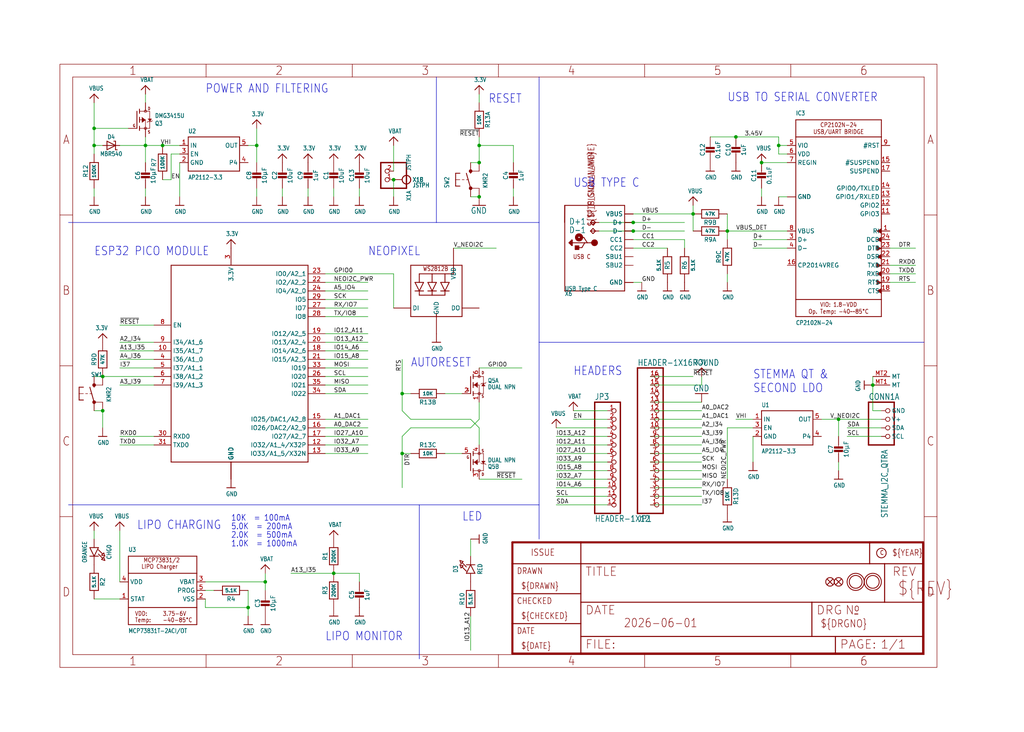
<source format=kicad_sch>
(kicad_sch (version 20231120) (generator "eeschema") (generator_version "8.0")
  (paper "User" 303.962 217.322)
  (junction (at 99.06 170.18))
  (junction (at 30.48 111.76))
  (junction (at 30.48 121.92))
  (junction (at 215.9 68.58))
  (junction (at 142.24 58.42))
  (junction (at 142.24 43.18))
  (junction (at 116.84 53.34))
  (junction (at 119.38 134.62))
  (junction (at 205.74 63.5))
  (junction (at 48.26 43.18))
  (junction (at 259.08 114.3))
  (junction (at 218.44 40.64))
  (junction (at 248.92 124.46))
  (junction (at 73.66 180.34))
  (junction (at 187.96 66.04))
  (junction (at 187.96 68.58))
  (junction (at 43.18 43.18))
  (junction (at 27.94 43.18))
  (junction (at 76.2 43.18))
  (junction (at 78.74 172.72))
  (junction (at 231.14 43.18))
  (junction (at 142.24 48.26))
  (junction (at 119.38 116.84))
  (junction (at 226.06 48.26))
  (junction (at 27.94 38.1))
  (wire (pts (xy 152.4 58.42) (xy 152.4 55.88)) (stroke (width 0.1524)))
  (polyline (pts (xy 160.02 149.86) (xy 124.46 149.86)) (stroke (width 0.1524) (type solid)))
  (wire (pts (xy 43.18 40.64) (xy 43.18 43.18)) (stroke (width 0.1524)))
  (wire (pts (xy 187.96 66.04) (xy 177.8 66.04)) (stroke (width 0.1524)))
  (wire (pts (xy 271.78 81.28) (xy 264.16 81.28)) (stroke (width 0.1524)))
  (wire (pts (xy 139.7 124.46) (xy 121.92 124.46)) (stroke (width 0.1524)))
  (wire (pts (xy 99.06 170.18) (xy 86.36 170.18)) (stroke (width 0.1524)))
  (wire (pts (xy 223.52 124.46) (xy 218.44 124.46)) (stroke (width 0.1524)))
  (wire (pts (xy 109.22 109.22) (xy 96.52 109.22)) (stroke (width 0.1524)))
  (wire (pts (xy 60.96 180.34) (xy 73.66 180.34)) (stroke (width 0.1524)))
  (wire (pts (xy 218.44 40.64) (xy 210.82 40.64)) (stroke (width 0.1524)))
  (wire (pts (xy 165.1 149.86) (xy 180.34 149.86)) (stroke (width 0.1524)))
  (wire (pts (xy 261.62 127) (xy 251.46 127)) (stroke (width 0.1524)))
  (wire (pts (xy 142.24 119.38) (xy 142.24 124.46)) (stroke (width 0.1524)))
  (polyline (pts (xy 20.32 66.04) (xy 129.54 66.04)) (stroke (width 0.1524) (type solid)))
  (wire (pts (xy 193.04 127) (xy 208.28 127)) (stroke (width 0.1524)))
  (wire (pts (xy 233.68 43.18) (xy 231.14 43.18)) (stroke (width 0.1524)))
  (wire (pts (xy 264.16 73.66) (xy 271.78 73.66)) (stroke (width 0.1524)))
  (wire (pts (xy 271.78 83.82) (xy 264.16 83.82)) (stroke (width 0.1524)))
  (wire (pts (xy 50.8 45.72) (xy 53.34 45.72)) (stroke (width 0.1524)))
  (wire (pts (xy 142.24 43.18) (xy 142.24 48.26)) (stroke (width 0.1524)))
  (wire (pts (xy 142.24 127) (xy 139.7 124.46)) (stroke (width 0.1524)))
  (wire (pts (xy 139.7 182.88) (xy 139.7 193.04)) (stroke (width 0.1524)))
  (wire (pts (xy 193.04 119.38) (xy 208.28 119.38)) (stroke (width 0.1524)))
  (wire (pts (xy 30.48 121.92) (xy 30.48 127)) (stroke (width 0.1524)))
  (wire (pts (xy 193.04 139.7) (xy 208.28 139.7)) (stroke (width 0.1524)))
  (wire (pts (xy 76.2 48.26) (xy 76.2 43.18)) (stroke (width 0.1524)))
  (wire (pts (xy 193.04 111.76) (xy 205.74 111.76)) (stroke (width 0.1524)))
  (wire (pts (xy 180.34 144.78) (xy 165.1 144.78)) (stroke (width 0.1524)))
  (wire (pts (xy 35.56 43.18) (xy 43.18 43.18)) (stroke (width 0.1524)))
  (wire (pts (xy 35.56 101.6) (xy 45.72 101.6)) (stroke (width 0.1524)))
  (wire (pts (xy 165.1 137.16) (xy 180.34 137.16)) (stroke (width 0.1524)))
  (polyline (pts (xy 124.46 149.86) (xy 20.32 149.86)) (stroke (width 0.1524) (type solid)))
  (wire (pts (xy 226.06 55.88) (xy 226.06 58.42)) (stroke (width 0.1524)))
  (wire (pts (xy 142.24 48.26) (xy 139.7 48.26)) (stroke (width 0.1524)))
  (wire (pts (xy 91.44 58.42) (xy 91.44 55.88)) (stroke (width 0.1524)))
  (wire (pts (xy 45.72 111.76) (xy 30.48 111.76)) (stroke (width 0.1524)))
  (wire (pts (xy 165.1 132.08) (xy 180.34 132.08)) (stroke (width 0.1524)))
  (wire (pts (xy 154.94 142.24) (xy 142.24 142.24)) (stroke (width 0.1524)))
  (wire (pts (xy 142.24 27.94) (xy 142.24 30.48)) (stroke (width 0.1524)))
  (wire (pts (xy 43.18 27.94) (xy 43.18 30.48)) (stroke (width 0.1524)))
  (wire (pts (xy 193.04 144.78) (xy 208.28 144.78)) (stroke (width 0.1524)))
  (wire (pts (xy 205.74 63.5) (xy 205.74 60.96)) (stroke (width 0.1524)))
  (wire (pts (xy 208.28 114.3) (xy 193.04 114.3)) (stroke (width 0.1524)))
  (wire (pts (xy 208.28 147.32) (xy 193.04 147.32)) (stroke (width 0.1524)))
  (wire (pts (xy 73.66 43.18) (xy 76.2 43.18)) (stroke (width 0.1524)))
  (wire (pts (xy 45.72 96.52) (xy 35.56 96.52)) (stroke (width 0.1524)))
  (wire (pts (xy 38.1 38.1) (xy 27.94 38.1)) (stroke (width 0.1524)))
  (wire (pts (xy 215.9 63.5) (xy 215.9 68.58)) (stroke (width 0.1524)))
  (wire (pts (xy 218.44 40.64) (xy 231.14 40.64)) (stroke (width 0.1524)))
  (wire (pts (xy 180.34 127) (xy 165.1 127)) (stroke (width 0.1524)))
  (wire (pts (xy 259.08 114.3) (xy 259.08 111.76)) (stroke (width 0.1524)))
  (wire (pts (xy 45.72 129.54) (xy 35.56 129.54)) (stroke (width 0.1524)))
  (wire (pts (xy 96.52 132.08) (xy 109.22 132.08)) (stroke (width 0.1524)))
  (wire (pts (xy 180.34 134.62) (xy 165.1 134.62)) (stroke (width 0.1524)))
  (wire (pts (xy 223.52 73.66) (xy 233.68 73.66)) (stroke (width 0.1524)))
  (wire (pts (xy 96.52 86.36) (xy 109.22 86.36)) (stroke (width 0.1524)))
  (wire (pts (xy 73.66 175.26) (xy 73.66 180.34)) (stroke (width 0.1524)))
  (wire (pts (xy 119.38 116.84) (xy 121.92 116.84)) (stroke (width 0.1524)))
  (wire (pts (xy 248.92 129.54) (xy 248.92 124.46)) (stroke (width 0.1524)))
  (wire (pts (xy 233.68 45.72) (xy 231.14 45.72)) (stroke (width 0.1524)))
  (wire (pts (xy 203.2 71.12) (xy 203.2 73.66)) (stroke (width 0.1524)))
  (wire (pts (xy 251.46 129.54) (xy 261.62 129.54)) (stroke (width 0.1524)))
  (wire (pts (xy 45.72 109.22) (xy 35.56 109.22)) (stroke (width 0.1524)))
  (wire (pts (xy 165.1 142.24) (xy 180.34 142.24)) (stroke (width 0.1524)))
  (polyline (pts (xy 274.32 101.6) (xy 160.02 101.6)) (stroke (width 0.1524) (type solid)))
  (wire (pts (xy 208.28 129.54) (xy 193.04 129.54)) (stroke (width 0.1524)))
  (wire (pts (xy 152.4 48.26) (xy 152.4 43.18)) (stroke (width 0.1524)))
  (wire (pts (xy 193.04 124.46) (xy 208.28 124.46)) (stroke (width 0.1524)))
  (wire (pts (xy 259.08 121.92) (xy 261.62 121.92)) (stroke (width 0.1524)))
  (wire (pts (xy 139.7 165.1) (xy 139.7 160.02)) (stroke (width 0.1524)))
  (polyline (pts (xy 160.02 101.6) (xy 160.02 66.04)) (stroke (width 0.1524) (type solid)))
  (wire (pts (xy 193.04 149.86) (xy 208.28 149.86)) (stroke (width 0.1524)))
  (polyline (pts (xy 160.02 160.02) (xy 160.02 149.86)) (stroke (width 0.1524) (type solid)))
  (wire (pts (xy 231.14 40.64) (xy 231.14 43.18)) (stroke (width 0.1524)))
  (wire (pts (xy 30.48 43.18) (xy 27.94 43.18)) (stroke (width 0.1524)))
  (wire (pts (xy 170.18 121.92) (xy 180.34 121.92)) (stroke (width 0.1524)))
  (wire (pts (xy 208.28 111.76) (xy 208.28 114.3)) (stroke (width 0.1524)))
  (wire (pts (xy 193.04 121.92) (xy 208.28 121.92)) (stroke (width 0.1524)))
  (wire (pts (xy 76.2 43.18) (xy 76.2 38.1)) (stroke (width 0.1524)))
  (wire (pts (xy 215.9 127) (xy 215.9 142.24)) (stroke (width 0.1524)))
  (wire (pts (xy 96.52 106.68) (xy 109.22 106.68)) (stroke (width 0.1524)))
  (wire (pts (xy 83.82 55.88) (xy 83.82 58.42)) (stroke (width 0.1524)))
  (wire (pts (xy 208.28 142.24) (xy 193.04 142.24)) (stroke (width 0.1524)))
  (polyline (pts (xy 160.02 149.86) (xy 160.02 101.6)) (stroke (width 0.1524) (type solid)))
  (wire (pts (xy 193.04 137.16) (xy 208.28 137.16)) (stroke (width 0.1524)))
  (wire (pts (xy 142.24 109.22) (xy 154.94 109.22)) (stroke (width 0.1524)))
  (wire (pts (xy 96.52 111.76) (xy 109.22 111.76)) (stroke (width 0.1524)))
  (wire (pts (xy 116.84 43.18) (xy 116.84 50.8)) (stroke (width 0.1524)))
  (wire (pts (xy 48.26 43.18) (xy 43.18 43.18)) (stroke (width 0.1524)))
  (wire (pts (xy 139.7 58.42) (xy 142.24 58.42)) (stroke (width 0.1524)))
  (wire (pts (xy 106.68 58.42) (xy 106.68 55.88)) (stroke (width 0.1524)))
  (wire (pts (xy 165.1 139.7) (xy 180.34 139.7)) (stroke (width 0.1524)))
  (wire (pts (xy 187.96 73.66) (xy 198.12 73.66)) (stroke (width 0.1524)))
  (wire (pts (xy 223.52 127) (xy 215.9 127)) (stroke (width 0.1524)))
  (wire (pts (xy 116.84 91.44) (xy 116.84 81.28)) (stroke (width 0.1524)))
  (wire (pts (xy 30.48 111.76) (xy 27.94 111.76)) (stroke (width 0.1524)))
  (wire (pts (xy 142.24 40.64) (xy 142.24 43.18)) (stroke (width 0.1524)))
  (wire (pts (xy 205.74 63.5) (xy 187.96 63.5)) (stroke (width 0.1524)))
  (wire (pts (xy 60.96 172.72) (xy 78.74 172.72)) (stroke (width 0.1524)))
  (wire (pts (xy 233.68 48.26) (xy 226.06 48.26)) (stroke (width 0.1524)))
  (wire (pts (xy 96.52 127) (xy 109.22 127)) (stroke (width 0.1524)))
  (wire (pts (xy 119.38 134.62) (xy 119.38 144.78)) (stroke (width 0.1524)))
  (wire (pts (xy 205.74 63.5) (xy 205.74 68.58)) (stroke (width 0.1524)))
  (wire (pts (xy 215.9 83.82) (xy 215.9 81.28)) (stroke (width 0.1524)))
  (wire (pts (xy 119.38 121.92) (xy 119.38 116.84)) (stroke (width 0.1524)))
  (wire (pts (xy 78.74 175.26) (xy 78.74 172.72)) (stroke (width 0.1524)))
  (wire (pts (xy 48.26 53.34) (xy 50.8 53.34)) (stroke (width 0.1524)))
  (wire (pts (xy 203.2 66.04) (xy 187.96 66.04)) (stroke (width 0.1524)))
  (wire (pts (xy 264.16 78.74) (xy 271.78 78.74)) (stroke (width 0.1524)))
  (wire (pts (xy 261.62 124.46) (xy 248.92 124.46)) (stroke (width 0.1524)))
  (wire (pts (xy 139.7 127) (xy 121.92 127)) (stroke (width 0.1524)))
  (wire (pts (xy 137.16 134.62) (xy 132.08 134.62)) (stroke (width 0.1524)))
  (wire (pts (xy 96.52 91.44) (xy 109.22 91.44)) (stroke (width 0.1524)))
  (wire (pts (xy 73.66 180.34) (xy 73.66 182.88)) (stroke (width 0.1524)))
  (wire (pts (xy 27.94 45.72) (xy 27.94 43.18)) (stroke (width 0.1524)))
  (wire (pts (xy 27.94 58.42) (xy 27.94 55.88)) (stroke (width 0.1524)))
  (wire (pts (xy 35.56 132.08) (xy 45.72 132.08)) (stroke (width 0.1524)))
  (wire (pts (xy 233.68 58.42) (xy 231.14 58.42)) (stroke (width 0.1524)))
  (wire (pts (xy 78.74 172.72) (xy 78.74 170.18)) (stroke (width 0.1524)))
  (polyline (pts (xy 160.02 66.04) (xy 160.02 22.86)) (stroke (width 0.1524) (type solid)))
  (wire (pts (xy 27.94 157.48) (xy 27.94 160.02)) (stroke (width 0.1524)))
  (wire (pts (xy 27.94 38.1) (xy 27.94 30.48)) (stroke (width 0.1524)))
  (wire (pts (xy 106.68 170.18) (xy 106.68 172.72)) (stroke (width 0.1524)))
  (polyline (pts (xy 129.54 66.04) (xy 129.54 22.86)) (stroke (width 0.1524) (type solid)))
  (wire (pts (xy 134.62 73.66) (xy 147.32 73.66)) (stroke (width 0.1524)))
  (wire (pts (xy 35.56 114.3) (xy 45.72 114.3)) (stroke (width 0.1524)))
  (wire (pts (xy 53.34 43.18) (xy 48.26 43.18)) (stroke (width 0.1524)))
  (wire (pts (xy 203.2 68.58) (xy 187.96 68.58)) (stroke (width 0.1524)))
  (wire (pts (xy 99.06 170.18) (xy 106.68 170.18)) (stroke (width 0.1524)))
  (wire (pts (xy 96.52 134.62) (xy 109.22 134.62)) (stroke (width 0.1524)))
  (wire (pts (xy 231.14 43.18) (xy 231.14 45.72)) (stroke (width 0.1524)))
  (wire (pts (xy 96.52 101.6) (xy 109.22 101.6)) (stroke (width 0.1524)))
  (wire (pts (xy 119.38 129.54) (xy 119.38 134.62)) (stroke (width 0.1524)))
  (wire (pts (xy 43.18 55.88) (xy 43.18 58.42)) (stroke (width 0.1524)))
  (wire (pts (xy 35.56 104.14) (xy 45.72 104.14)) (stroke (width 0.1524)))
  (wire (pts (xy 170.18 124.46) (xy 180.34 124.46)) (stroke (width 0.1524)))
  (wire (pts (xy 243.84 124.46) (xy 248.92 124.46)) (stroke (width 0.1524)))
  (wire (pts (xy 96.52 99.06) (xy 109.22 99.06)) (stroke (width 0.1524)))
  (wire (pts (xy 193.04 132.08) (xy 208.28 132.08)) (stroke (width 0.1524)))
  (wire (pts (xy 27.94 121.92) (xy 30.48 121.92)) (stroke (width 0.1524)))
  (wire (pts (xy 50.8 53.34) (xy 50.8 45.72)) (stroke (width 0.1524)))
  (wire (pts (xy 53.34 48.26) (xy 53.34 58.42)) (stroke (width 0.1524)))
  (wire (pts (xy 27.94 43.18) (xy 27.94 38.1)) (stroke (width 0.1524)))
  (wire (pts (xy 121.92 124.46) (xy 119.38 121.92)) (stroke (width 0.1524)))
  (wire (pts (xy 60.96 177.8) (xy 60.96 180.34)) (stroke (width 0.1524)))
  (wire (pts (xy 45.72 106.68) (xy 35.56 106.68)) (stroke (width 0.1524)))
  (wire (pts (xy 96.52 83.82) (xy 109.22 83.82)) (stroke (width 0.1524)))
  (wire (pts (xy 109.22 93.98) (xy 96.52 93.98)) (stroke (width 0.1524)))
  (wire (pts (xy 142.24 132.08) (xy 142.24 127)) (stroke (width 0.1524)))
  (wire (pts (xy 180.34 129.54) (xy 165.1 129.54)) (stroke (width 0.1524)))
  (wire (pts (xy 96.52 124.46) (xy 109.22 124.46)) (stroke (width 0.1524)))
  (wire (pts (xy 223.52 71.12) (xy 233.68 71.12)) (stroke (width 0.1524)))
  (wire (pts (xy 142.24 124.46) (xy 139.7 127)) (stroke (width 0.1524)))
  (wire (pts (xy 60.96 175.26) (xy 63.5 175.26)) (stroke (width 0.1524)))
  (wire (pts (xy 96.52 104.14) (xy 109.22 104.14)) (stroke (width 0.1524)))
  (wire (pts (xy 259.08 121.92) (xy 259.08 114.3)) (stroke (width 0.1524)))
  (wire (pts (xy 132.08 116.84) (xy 137.16 116.84)) (stroke (width 0.1524)))
  (wire (pts (xy 96.52 129.54) (xy 109.22 129.54)) (stroke (width 0.1524)))
  (wire (pts (xy 43.18 43.18) (xy 43.18 48.26)) (stroke (width 0.1524)))
  (wire (pts (xy 35.56 172.72) (xy 35.56 157.48)) (stroke (width 0.1524)))
  (wire (pts (xy 96.52 114.3) (xy 109.22 114.3)) (stroke (width 0.1524)))
  (polyline (pts (xy 124.46 149.86) (xy 124.46 195.58)) (stroke (width 0.1524) (type solid)))
  (wire (pts (xy 223.52 129.54) (xy 223.52 137.16)) (stroke (width 0.1524)))
  (wire (pts (xy 187.96 68.58) (xy 177.8 68.58)) (stroke (width 0.1524)))
  (wire (pts (xy 190.5 83.82) (xy 187.96 83.82)) (stroke (width 0.1524)))
  (wire (pts (xy 180.34 147.32) (xy 165.1 147.32)) (stroke (width 0.1524)))
  (wire (pts (xy 193.04 134.62) (xy 208.28 134.62)) (stroke (width 0.1524)))
  (wire (pts (xy 142.24 43.18) (xy 152.4 43.18)) (stroke (width 0.1524)))
  (wire (pts (xy 76.2 55.88) (xy 76.2 58.42)) (stroke (width 0.1524)))
  (wire (pts (xy 248.92 137.16) (xy 248.92 139.7)) (stroke (width 0.1524)))
  (wire (pts (xy 96.52 88.9) (xy 109.22 88.9)) (stroke (width 0.1524)))
  (polyline (pts (xy 160.02 66.04) (xy 129.54 66.04)) (stroke (width 0.1524) (type solid)))
  (wire (pts (xy 233.68 68.58) (xy 215.9 68.58)) (stroke (width 0.1524)))
  (wire (pts (xy 96.52 116.84) (xy 109.22 116.84)) (stroke (width 0.1524)))
  (wire (pts (xy 99.06 58.42) (xy 99.06 55.88)) (stroke (width 0.1524)))
  (wire (pts (xy 121.92 127) (xy 119.38 129.54)) (stroke (width 0.1524)))
  (wire (pts (xy 215.9 68.58) (xy 215.9 71.12)) (stroke (width 0.1524)))
  (wire (pts (xy 27.94 177.8) (xy 35.56 177.8)) (stroke (width 0.1524)))
  (wire (pts (xy 119.38 106.68) (xy 119.38 116.84)) (stroke (width 0.1524)))
  (wire (pts (xy 119.38 134.62) (xy 121.92 134.62)) (stroke (width 0.1524)))
  (wire (pts (xy 116.84 58.42) (xy 116.84 53.34)) (stroke (width 0.1524)))
  (wire (pts (xy 187.96 71.12) (xy 203.2 71.12)) (stroke (width 0.1524)))
  (wire (pts (xy 96.52 81.28) (xy 116.84 81.28)) (stroke (width 0.1524)))
  (text "USB TYPE C" (at 170.18 55.88 0) (effects (font (size 2.54 2.159)) (justify left bottom)))
  (text "5.0K  = 200mA" (at 68.58 157.48 0) (effects (font (size 1.778 1.5113)) (justify left bottom)))
  (text "USB TO SERIAL CONVERTER" (at 215.9 30.48 0) (effects (font (size 2.54 2.159)) (justify left bottom)))
  (text "NEOPIXEL" (at 109.22 76.2 0) (effects (font (size 2.54 2.159)) (justify left bottom)))
  (text "2.0K  = 500mA" (at 68.58 160.02 0) (effects (font (size 1.778 1.5113)) (justify left bottom)))
  (text "STEMMA QT &\nSECOND LDO" (at 223.52 116.84 0) (effects (font (size 2.54 2.159)) (justify left bottom)))
  (text "RESET" (at 154.94 27.94 0) (effects (font (size 2.54 2.159)) (justify right top)))
  (text "HEADERS" (at 170.18 111.76 0) (effects (font (size 2.54 2.159)) (justify left bottom)))
  (text "ESP32 PICO MODULE" (at 27.94 76.2 0) (effects (font (size 2.54 2.159)) (justify left bottom)))
  (text "LED" (at 137.16 154.94 0) (effects (font (size 2.54 2.159)) (justify left bottom)))
  (text "1.0K  = 1000mA" (at 68.58 162.56 0) (effects (font (size 1.778 1.5113)) (justify left bottom)))
  (text "AUTORESET" (at 121.92 109.22 0) (effects (font (size 2.54 2.159)) (justify left bottom)))
  (text "POWER AND FILTERING" (at 60.96 27.94 0) (effects (font (size 2.54 2.159)) (justify left bottom)))
  (text "LIPO CHARGING" (at 40.64 157.48 0) (effects (font (size 2.54 2.159)) (justify left bottom)))
  (text "LIPO MONITOR" (at 96.52 190.5 0) (effects (font (size 2.54 2.159)) (justify left bottom)))
  (text "10K  = 100mA" (at 68.58 154.94 0) (effects (font (size 1.778 1.5113)) (justify left bottom)))
  (label "MISO" (at 99.06 114.3 0) (effects (font (size 1.2446 1.2446))))
  (label "EN" (at 170.18 124.46 0) (effects (font (size 1.2446 1.2446))))
  (label "D-" (at 190.5 68.58 0) (effects (font (size 1.2446 1.2446))))
  (label "IO14_A6" (at 165.1 144.78 0) (effects (font (size 1.2446 1.2446))))
  (label "IO32_A7" (at 165.1 142.24 0) (effects (font (size 1.2446 1.2446))))
  (label "A5_IO4" (at 208.28 134.62 0) (effects (font (size 1.2446 1.2446))))
  (label "IO27_A10" (at 99.06 129.54 0) (effects (font (size 1.2446 1.2446))))
  (label "IO12_A11" (at 99.06 99.06 0) (effects (font (size 1.2446 1.2446))))
  (label "A1_DAC1" (at 99.06 124.46 0) (effects (font (size 1.2446 1.2446))))
  (label "DTR" (at 266.7 73.66 0) (effects (font (size 1.2446 1.2446))))
  (label "VHI" (at 50.8 43.18 180) (effects (font (size 1.2446 1.2446))))
  (label "A13_I35" (at 35.56 104.14 0) (effects (font (size 1.2446 1.2446))))
  (label "SCL" (at 99.06 111.76 0) (effects (font (size 1.2446 1.2446))))
  (label "3.45V" (at 220.98 40.64 0) (effects (font (size 1.2446 1.2446))))
  (label "A0_DAC2" (at 208.28 121.92 0) (effects (font (size 1.2446 1.2446))))
  (label "CC2" (at 190.5 73.66 0) (effects (font (size 1.2446 1.2446))))
  (label "IO13_A12" (at 165.1 129.54 0) (effects (font (size 1.2446 1.2446))))
  (label "GPIO0" (at 144.78 109.22 0) (effects (font (size 1.2446 1.2446))))
  (label "IO33_A9" (at 99.06 134.62 0) (effects (font (size 1.2446 1.2446))))
  (label "MOSI" (at 99.06 109.22 0) (effects (font (size 1.2446 1.2446))))
  (label "~{RESET}" (at 142.24 40.64 180) (effects (font (size 1.2446 1.2446))))
  (label "MOSI" (at 208.28 139.7 0) (effects (font (size 1.2446 1.2446))))
  (label "IO13_A12" (at 99.06 101.6 0) (effects (font (size 1.2446 1.2446))))
  (label "GND" (at 190.5 83.82 0) (effects (font (size 1.2446 1.2446))))
  (label "D-" (at 223.52 73.66 0) (effects (font (size 1.2446 1.2446))))
  (label "~{RESET}" (at 35.56 96.52 0) (effects (font (size 1.2446 1.2446))))
  (label "IO33_A9" (at 165.1 137.16 0) (effects (font (size 1.2446 1.2446))))
  (label "NEOI2C_PWR" (at 99.06 83.82 0) (effects (font (size 1.2446 1.2446))))
  (label "NEOI2C_PWR" (at 215.9 142.24 90) (effects (font (size 1.2446 1.2446))))
  (label "~{RESET}" (at 205.74 111.76 0) (effects (font (size 1.2446 1.2446))))
  (label "SCL" (at 165.1 147.32 0) (effects (font (size 1.2446 1.2446))))
  (label "A2_I34" (at 35.56 101.6 0) (effects (font (size 1.2446 1.2446))))
  (label "EN" (at 50.8 53.34 0) (effects (font (size 1.2446 1.2446))))
  (label "I37" (at 35.56 109.22 0) (effects (font (size 1.2446 1.2446))))
  (label "RX/IO7" (at 99.06 91.44 0) (effects (font (size 1.2446 1.2446))))
  (label "RX/IO7" (at 208.28 144.78 0) (effects (font (size 1.2446 1.2446))))
  (label "RTS" (at 119.38 106.68 270) (effects (font (size 1.2446 1.2446))))
  (label "A0_DAC2" (at 99.06 127 0) (effects (font (size 1.2446 1.2446))))
  (label "A1_DAC1" (at 208.28 124.46 0) (effects (font (size 1.2446 1.2446))))
  (label "GPIO0" (at 99.06 81.28 0) (effects (font (size 1.2446 1.2446))))
  (label "SDA" (at 165.1 149.86 0) (effects (font (size 1.2446 1.2446))))
  (label "A13_I35" (at 86.36 170.18 0) (effects (font (size 1.2446 1.2446))))
  (label "A4_I36" (at 208.28 132.08 0) (effects (font (size 1.2446 1.2446))))
  (label "A4_I36" (at 35.56 106.68 0) (effects (font (size 1.2446 1.2446))))
  (label "RXD0" (at 35.56 129.54 0) (effects (font (size 1.2446 1.2446))))
  (label "DTR" (at 121.92 134.62 270) (effects (font (size 1.2446 1.2446))))
  (label "TX/IO8" (at 99.06 93.98 0) (effects (font (size 1.2446 1.2446))))
  (label "D+" (at 223.52 71.12 0) (effects (font (size 1.2446 1.2446))))
  (label "VHI" (at 218.44 124.46 0) (effects (font (size 1.2446 1.2446))))
  (label "CC1" (at 190.5 71.12 0) (effects (font (size 1.2446 1.2446))))
  (label "IO13_A12" (at 139.7 190.5 90) (effects (font (size 1.2446 1.2446))))
  (label "SCL" (at 251.46 129.54 0) (effects (font (size 1.2446 1.2446))))
  (label "V_NEOI2C" (at 246.38 124.46 0) (effects (font (size 1.2446 1.2446))))
  (label "IO12_A11" (at 165.1 132.08 0) (effects (font (size 1.2446 1.2446))))
  (label "TXD0" (at 35.56 132.08 0) (effects (font (size 1.2446 1.2446))))
  (label "IO15_A8" (at 165.1 139.7 0) (effects (font (size 1.2446 1.2446))))
  (label "A5_IO4" (at 99.06 86.36 0) (effects (font (size 1.2446 1.2446))))
  (label "A3_I39" (at 208.28 129.54 0) (effects (font (size 1.2446 1.2446))))
  (label "IO14_A6" (at 99.06 104.14 0) (effects (font (size 1.2446 1.2446))))
  (label "IO15_A8" (at 99.06 106.68 0) (effects (font (size 1.2446 1.2446))))
  (label "SCK" (at 208.28 137.16 0) (effects (font (size 1.2446 1.2446))))
  (label "RTS" (at 266.7 83.82 0) (effects (font (size 1.2446 1.2446))))
  (label "V_NEOI2C" (at 134.62 73.66 0) (effects (font (size 1.2446 1.2446))))
  (label "I37" (at 208.28 149.86 0) (effects (font (size 1.2446 1.2446))))
  (label "MISO" (at 208.28 142.24 0) (effects (font (size 1.2446 1.2446))))
  (label "VBUS_DET" (at 218.44 68.58 0) (effects (font (size 1.2446 1.2446))))
  (label "~{RESET}" (at 147.32 142.24 0) (effects (font (size 1.2446 1.2446))))
  (label "IO27_A10" (at 165.1 134.62 0) (effects (font (size 1.2446 1.2446))))
  (label "RXD0" (at 266.7 78.74 0) (effects (font (size 1.2446 1.2446))))
  (label "A3_I39" (at 35.56 114.3 0) (effects (font (size 1.2446 1.2446))))
  (label "IO32_A7" (at 99.06 132.08 0) (effects (font (size 1.2446 1.2446))))
  (label "TXD0" (at 266.7 81.28 0) (effects (font (size 1.2446 1.2446))))
  (label "A2_I34" (at 208.28 127 0) (effects (font (size 1.2446 1.2446))))
  (label "SDA" (at 99.06 116.84 0) (effects (font (size 1.2446 1.2446))))
  (label "SCK" (at 99.06 88.9 0) (effects (font (size 1.2446 1.2446))))
  (label "VBUS" (at 190.5 63.5 0) (effects (font (size 1.2446 1.2446))))
  (label "SDA" (at 251.46 127 0) (effects (font (size 1.2446 1.2446))))
  (label "D+" (at 190.5 66.04 0) (effects (font (size 1.2446 1.2446))))
  (label "TX/IO8" (at 208.28 147.32 0) (effects (font (size 1.2446 1.2446))))
  (symbol (lib_id "adafruit_feather-eagle-import:adafruit_electromech_USB_C") (at 177.8 73.66 0) (unit 1)
    (property "Reference" "X6" (at 167.64 87.884 0) (effects (font (size 1.27 1.0795)) (justify left bottom)))
    (property "Value" "USB Type C" (at 167.64 86.36 0) (effects (font (size 1.27 1.0795)) (justify left bottom)))
    (property "Footprint" "adafruit_feather:USB_C_CUSB31-CFM2AX-01-X" (effects (hide yes)))
  )
  (symbol (lib_id "adafruit_feather-eagle-import:microbuilder_VBAT") (at 116.84 40.64 0) (unit 1)
    (property "Reference" "#U$16" (effects (hide yes)))
    (property "Value" "VBAT" (at 115.316 39.624 0) (effects (font (size 1.27 1.0795)) (justify left bottom)))
  )
  (symbol (lib_id "adafruit_feather-eagle-import:microbuilder_GND") (at 76.2 60.96 0) (unit 1)
    (property "Reference" "#U$29" (effects (hide yes)))
    (property "Value" "GND" (at 74.676 63.5 0) (effects (font (size 1.27 1.0795)) (justify left bottom)))
  )
  (symbol (lib_id "adafruit_feather-eagle-import:microbuilder_VBUS") (at 35.56 154.94 0) (unit 1)
    (property "Reference" "#U$57" (effects (hide yes)))
    (property "Value" "VBUS" (at 34.036 153.924 0) (effects (font (size 1.27 1.0795)) (justify left bottom)))
  )
  (symbol (lib_id "adafruit_feather-eagle-import:microbuilder_GND") (at 53.34 60.96 0) (unit 1)
    (property "Reference" "#U$30" (effects (hide yes)))
    (property "Value" "GND" (at 51.816 63.5 0) (effects (font (size 1.27 1.0795)) (justify left bottom)))
  )
  (symbol (lib_id "adafruit_feather-eagle-import:microbuilder_MOSFET-P") (at 43.18 35.56 0) (mirror x) (unit 1)
    (property "Reference" "Q3" (at 45.974 35.941 0) (effects (font (size 1.27 1.0795)) (justify left bottom)))
    (property "Value" "DMG3415U" (at 45.974 33.655 0) (effects (font (size 1.27 1.0795)) (justify left bottom)))
    (property "Footprint" "adafruit_feather:SOT23-R" (effects (hide yes)))
  )
  (symbol (lib_id "adafruit_feather-eagle-import:microbuilder_RESISTOR_0603_NOOUT") (at 139.7 177.8 90) (unit 1)
    (property "Reference" "R10" (at 137.16 177.8 0))
    (property "Value" "5.1K" (at 139.7 177.8 0) (effects (font (size 1.016 1.016) (bold yes))))
    (property "Footprint" "adafruit_feather:0603-NO" (effects (hide yes)))
  )
  (symbol (lib_id "adafruit_feather-eagle-import:microbuilder_MOSFET-N_DUAL") (at 139.7 137.16 0) (mirror x) (unit 2)
    (property "Reference" "Q5" (at 144.78 137.795 0) (effects (font (size 1.27 1.0795)) (justify left bottom)))
    (property "Value" "DUAL NPN" (at 144.78 135.89 0) (effects (font (size 1.27 1.0795)) (justify left bottom)))
    (property "Footprint" "adafruit_feather:SOT363" (effects (hide yes)))
  )
  (symbol (lib_id "adafruit_feather-eagle-import:adafruit_electromech_MOUNTINGHOLE2.5") (at 254 172.72 0) (unit 1)
    (property "Reference" "U$31" (effects (hide yes)))
    (property "Value" "MOUNTINGHOLE2.5" (effects (hide yes)))
    (property "Footprint" "adafruit_feather:MOUNTINGHOLE_2.5_PLATED" (effects (hide yes)))
  )
  (symbol (lib_id "adafruit_feather-eagle-import:microbuilder_GND") (at 248.92 142.24 0) (unit 1)
    (property "Reference" "#U$1" (effects (hide yes)))
    (property "Value" "GND" (at 247.396 144.78 0) (effects (font (size 1.27 1.0795)) (justify left bottom)))
  )
  (symbol (lib_id "adafruit_feather-eagle-import:adafruit_wireless_ESP32-PICO-MINI-02MINI") (at 68.58 114.3 0) (unit 1)
    (property "Reference" "X3" (effects (hide yes)))
    (property "Value" "ESP32-PICO-MINI-02MINI" (effects (hide yes)))
    (property "Footprint" "adafruit_feather:ESP32-PICO-MINI" (effects (hide yes)))
  )
  (symbol (lib_id "adafruit_feather-eagle-import:microbuilder_GND") (at 106.68 182.88 0) (unit 1)
    (property "Reference" "#U$26" (effects (hide yes)))
    (property "Value" "GND" (at 105.156 185.42 0) (effects (font (size 1.27 1.0795)) (justify left bottom)))
  )
  (symbol (lib_id "adafruit_feather-eagle-import:microbuilder_RESISTOR_0603_NOOUT") (at 203.2 78.74 90) (unit 1)
    (property "Reference" "R6" (at 203.2 78.74 0))
    (property "Value" "5.1K" (at 205.74 78.74 0) (effects (font (size 1.016 1.016) (bold yes))))
    (property "Footprint" "adafruit_feather:0603-NO" (effects (hide yes)))
  )
  (symbol (lib_id "adafruit_feather-eagle-import:microbuilder_RESISTOR_0603_NOOUT") (at 68.58 175.26 180) (unit 1)
    (property "Reference" "R4" (at 68.58 177.8 0))
    (property "Value" "5.1K" (at 68.58 175.26 0) (effects (font (size 1.016 1.016) (bold yes))))
    (property "Footprint" "adafruit_feather:0603-NO" (effects (hide yes)))
  )
  (symbol (lib_id "adafruit_feather-eagle-import:microbuilder_CAP_CERAMIC0603_NO") (at 91.44 53.34 0) (unit 1)
    (property "Reference" "C9" (at 89.15 52.09 90))
    (property "Value" "1uF" (at 93.74 52.09 90))
    (property "Footprint" "adafruit_feather:0603-NO" (effects (hide yes)))
  )
  (symbol (lib_id "adafruit_feather-eagle-import:microbuilder_GND") (at 198.12 86.36 0) (unit 1)
    (property "Reference" "#U$48" (effects (hide yes)))
    (property "Value" "GND" (at 196.596 88.9 0) (effects (font (size 1.27 1.0795)) (justify left bottom)))
  )
  (symbol (lib_id "adafruit_feather-eagle-import:microbuilder_CAP_CERAMIC0805-NOOUTLINE") (at 248.92 134.62 0) (unit 1)
    (property "Reference" "C7" (at 246.63 133.37 90))
    (property "Value" "10µF" (at 251.22 133.37 90))
    (property "Footprint" "adafruit_feather:0805-NO" (effects (hide yes)))
  )
  (symbol (lib_id "adafruit_feather-eagle-import:microbuilder_RESISTOR_0603_NOOUT") (at 99.06 175.26 90) (unit 1)
    (property "Reference" "R3" (at 96.52 175.26 0))
    (property "Value" "200K" (at 99.06 175.26 0) (effects (font (size 1.016 1.016) (bold yes))))
    (property "Footprint" "adafruit_feather:0603-NO" (effects (hide yes)))
  )
  (symbol (lib_id "adafruit_feather-eagle-import:microbuilder_GND") (at 78.74 185.42 0) (unit 1)
    (property "Reference" "#U$33" (effects (hide yes)))
    (property "Value" "GND" (at 77.216 187.96 0) (effects (font (size 1.27 1.0795)) (justify left bottom)))
  )
  (symbol (lib_id "adafruit_feather-eagle-import:microbuilder_CAP_CERAMIC0603_NO") (at 210.82 45.72 0) (unit 1)
    (property "Reference" "C12" (at 208.53 44.47 90))
    (property "Value" "0.1uF" (at 213.12 44.47 90))
    (property "Footprint" "adafruit_feather:0603-NO" (effects (hide yes)))
  )
  (symbol (lib_id "adafruit_feather-eagle-import:microbuilder_CAP_CERAMIC0805-NOOUTLINE") (at 106.68 53.34 0) (unit 1)
    (property "Reference" "C13" (at 104.39 52.09 90))
    (property "Value" "10uF" (at 108.98 52.09 90))
    (property "Footprint" "adafruit_feather:0805-NO" (effects (hide yes)))
  )
  (symbol (lib_id "adafruit_feather-eagle-import:microbuilder_GND") (at 106.68 60.96 0) (unit 1)
    (property "Reference" "#U$56" (effects (hide yes)))
    (property "Value" "GND" (at 105.156 63.5 0) (effects (font (size 1.27 1.0795)) (justify left bottom)))
  )
  (symbol (lib_id "adafruit_feather-eagle-import:microbuilder_RESISTOR_4PACK") (at 142.24 35.56 270) (unit 1)
    (property "Reference" "R13" (at 144.78 35.56 0))
    (property "Value" "10K" (at 142.24 35.56 0) (effects (font (size 1.016 1.016) (bold yes))))
    (property "Footprint" "adafruit_feather:RESPACK_4X0603" (effects (hide yes)))
  )
  (symbol (lib_id "adafruit_feather-eagle-import:microbuilder_GND") (at 210.82 50.8 0) (unit 1)
    (property "Reference" "#U$59" (effects (hide yes)))
    (property "Value" "GND" (at 209.296 53.34 0) (effects (font (size 1.27 1.0795)) (justify left bottom)))
  )
  (symbol (lib_id "adafruit_feather-eagle-import:microbuilder_VBAT") (at 99.06 157.48 0) (unit 1)
    (property "Reference" "#U$40" (effects (hide yes)))
    (property "Value" "VBAT" (at 97.536 156.464 0) (effects (font (size 1.27 1.0795)) (justify left bottom)))
  )
  (symbol (lib_id "adafruit_feather-eagle-import:microbuilder_GND") (at 218.44 50.8 0) (unit 1)
    (property "Reference" "#U$54" (effects (hide yes)))
    (property "Value" "GND" (at 216.916 53.34 0) (effects (font (size 1.27 1.0795)) (justify left bottom)))
  )
  (symbol (lib_id "adafruit_feather-eagle-import:supply1_GND") (at 208.28 116.84 0) (mirror x) (unit 1)
    (property "Reference" "#GND4" (effects (hide yes)))
    (property "Value" "GND" (at 205.74 114.3 0) (effects (font (size 1.778 1.5113)) (justify left bottom)))
  )
  (symbol (lib_id "adafruit_feather-eagle-import:microbuilder_GND") (at 91.44 60.96 0) (unit 1)
    (property "Reference" "#U$47" (effects (hide yes)))
    (property "Value" "GND" (at 89.916 63.5 0) (effects (font (size 1.27 1.0795)) (justify left bottom)))
  )
  (symbol (lib_id "adafruit_feather-eagle-import:microbuilder_RESISTOR_0603_NOOUT") (at 99.06 165.1 90) (unit 1)
    (property "Reference" "R1" (at 96.52 165.1 0))
    (property "Value" "200K" (at 99.06 165.1 0) (effects (font (size 1.016 1.016) (bold yes))))
    (property "Footprint" "adafruit_feather:0603-NO" (effects (hide yes)))
  )
  (symbol (lib_id "adafruit_feather-eagle-import:microbuilder_RESISTOR_4PACK") (at 210.82 63.5 180) (unit 2)
    (property "Reference" "R9" (at 210.82 66.04 0))
    (property "Value" "47K" (at 210.82 63.5 0) (effects (font (size 1.016 1.016) (bold yes))))
    (property "Footprint" "adafruit_feather:RESPACK_4X0603" (effects (hide yes)))
  )
  (symbol (lib_id "adafruit_feather-eagle-import:microbuilder_GND") (at 152.4 60.96 0) (unit 1)
    (property "Reference" "#U$42" (effects (hide yes)))
    (property "Value" "GND" (at 150.876 63.5 0) (effects (font (size 1.27 1.0795)) (justify left bottom)))
  )
  (symbol (lib_id "adafruit_feather-eagle-import:microbuilder_CAP_CERAMIC0805-NOOUTLINE") (at 43.18 53.34 0) (unit 1)
    (property "Reference" "C6" (at 40.89 52.09 90))
    (property "Value" "10µF" (at 45.48 52.09 90))
    (property "Footprint" "adafruit_feather:0805-NO" (effects (hide yes)))
  )
  (symbol (lib_id "adafruit_feather-eagle-import:microbuilder_GND") (at 223.52 139.7 0) (unit 1)
    (property "Reference" "#U$12" (effects (hide yes)))
    (property "Value" "GND" (at 221.996 142.24 0) (effects (font (size 1.27 1.0795)) (justify left bottom)))
  )
  (symbol (lib_id "adafruit_feather-eagle-import:microbuilder_STEMMA_I2C_QTRA") (at 259.08 114.3 0) (unit 2)
    (property "Reference" "CONN1" (effects (hide yes)))
    (property "Value" "STEMMA_I2C_QTRA" (effects (hide yes)))
    (property "Footprint" "adafruit_feather:JST_SH4_RA" (effects (hide yes)))
  )
  (symbol (lib_id "adafruit_feather-eagle-import:microbuilder_VBUS") (at 27.94 154.94 0) (unit 1)
    (property "Reference" "#U$38" (effects (hide yes)))
    (property "Value" "VBUS" (at 26.416 153.924 0) (effects (font (size 1.27 1.0795)) (justify left bottom)))
  )
  (symbol (lib_id "adafruit_feather-eagle-import:microbuilder_LED0603_NOOUTLINE") (at 27.94 165.1 270) (unit 1)
    (property "Reference" "CHG0" (at 32.385 163.83 0) (effects (font (size 1.27 1.0795))))
    (property "Value" "ORANGE" (at 25.146 163.83 0) (effects (font (size 1.27 1.0795))))
    (property "Footprint" "adafruit_feather:CHIPLED_0603_NOOUTLINE" (effects (hide yes)))
  )
  (symbol (lib_id "adafruit_feather-eagle-import:microbuilder_CAP_CERAMIC0805-NOOUTLINE") (at 78.74 180.34 0) (unit 1)
    (property "Reference" "C3" (at 76.45 179.09 90))
    (property "Value" "10µF" (at 81.04 179.09 90))
    (property "Footprint" "adafruit_feather:0805-NO" (effects (hide yes)))
  )
  (symbol (lib_id "adafruit_feather-eagle-import:microbuilder_RESISTOR_4PACK") (at 215.9 147.32 270) (unit 4)
    (property "Reference" "R13" (at 218.44 147.32 0))
    (property "Value" "10K" (at 215.9 147.32 0) (effects (font (size 1.016 1.016) (bold yes))))
    (property "Footprint" "adafruit_feather:RESPACK_4X0603" (effects (hide yes)))
  )
  (symbol (lib_id "adafruit_feather-eagle-import:adafruit_electromech_MOUNTINGHOLE2.5") (at 259.08 172.72 0) (unit 1)
    (property "Reference" "U$32" (effects (hide yes)))
    (property "Value" "MOUNTINGHOLE2.5" (effects (hide yes)))
    (property "Footprint" "adafruit_feather:MOUNTINGHOLE_2.5_PLATED" (effects (hide yes)))
  )
  (symbol (lib_id "adafruit_feather-eagle-import:microbuilder_3.3V") (at 106.68 45.72 0) (unit 1)
    (property "Reference" "#U$52" (effects (hide yes)))
    (property "Value" "3.3V" (at 105.156 44.704 0) (effects (font (size 1.27 1.0795)) (justify left bottom)))
  )
  (symbol (lib_id "adafruit_feather-eagle-import:microbuilder_VBAT") (at 78.74 167.64 0) (unit 1)
    (property "Reference" "#U$39" (effects (hide yes)))
    (property "Value" "VBAT" (at 77.216 166.624 0) (effects (font (size 1.27 1.0795)) (justify left bottom)))
  )
  (symbol (lib_id "adafruit_feather-eagle-import:microbuilder_GND") (at 30.48 129.54 0) (unit 1)
    (property "Reference" "#U$23" (effects (hide yes)))
    (property "Value" "GND" (at 28.956 132.08 0) (effects (font (size 1.27 1.0795)) (justify left bottom)))
  )
  (symbol (lib_id "adafruit_feather-eagle-import:adafruit_electromech_CON_JST_PH_2PIN_MT_BATT") (at 116.84 53.34 270) (unit 2)
    (property "Reference" "X1" (at 122.428 53.34 90) (effects (font (size 1.27 1.0795)) (justify left)))
    (property "Value" "JSTPH" (at 122.428 54.991 90) (effects (font (size 1.27 1.0795)) (justify left)))
    (property "Footprint" "adafruit_feather:JSTPH2_BATT" (effects (hide yes)))
  )
  (symbol (lib_id "adafruit_feather-eagle-import:microbuilder_GND") (at 142.24 160.02 90) (unit 1)
    (property "Reference" "#U$8" (effects (hide yes)))
    (property "Value" "GND" (at 144.78 161.544 0) (effects (font (size 1.27 1.0795)) (justify left bottom)))
  )
  (symbol (lib_id "adafruit_feather-eagle-import:microbuilder_GND") (at 116.84 60.96 0) (unit 1)
    (property "Reference" "#U$22" (effects (hide yes)))
    (property "Value" "GND" (at 115.316 63.5 0) (effects (font (size 1.27 1.0795)) (justify left bottom)))
  )
  (symbol (lib_id "adafruit_feather-eagle-import:microbuilder_WS2812B3535") (at 129.54 88.9 0) (unit 1)
    (property "Reference" "LED1" (effects (hide yes)))
    (property "Value" "WS2812B3535" (effects (hide yes)))
    (property "Footprint" "adafruit_feather:LED3535" (effects (hide yes)))
  )
  (symbol (lib_id "adafruit_feather-eagle-import:testpad_TPB1,27") (at 175.26 66.04 90) (unit 1)
    (property "Reference" "D+1" (at 173.99 64.77 90) (effects (font (size 1.778 1.5113)) (justify left bottom)))
    (property "Value" "TPB1,27" (effects (hide yes)))
    (property "Footprint" "adafruit_feather:B1,27" (effects (hide yes)))
  )
  (symbol (lib_id "adafruit_feather-eagle-import:microbuilder_MOSFET-N_DUAL") (at 139.7 114.3 0) (unit 1)
    (property "Reference" "Q5" (at 144.78 113.665 0) (effects (font (size 1.27 1.0795)) (justify left bottom)))
    (property "Value" "DUAL NPN" (at 144.78 115.57 0) (effects (font (size 1.27 1.0795)) (justify left bottom)))
    (property "Footprint" "adafruit_feather:SOT363" (effects (hide yes)))
  )
  (symbol (lib_id "adafruit_feather-eagle-import:microbuilder_RESISTOR_4PACK") (at 127 134.62 0) (unit 3)
    (property "Reference" "R13" (at 127 132.08 0))
    (property "Value" "10K" (at 127 134.62 0) (effects (font (size 1.016 1.016) (bold yes))))
    (property "Footprint" "adafruit_feather:RESPACK_4X0603" (effects (hide yes)))
  )
  (symbol (lib_id "adafruit_feather-eagle-import:microbuilder_CAP_CERAMIC0603_NO") (at 106.68 177.8 0) (unit 1)
    (property "Reference" "C5" (at 104.39 176.55 90))
    (property "Value" "1uF" (at 108.98 176.55 90))
    (property "Footprint" "adafruit_feather:0603-NO" (effects (hide yes)))
  )
  (symbol (lib_id "adafruit_feather-eagle-import:microbuilder_RESISTOR_0603_NOOUT") (at 48.26 48.26 90) (unit 1)
    (property "Reference" "R7" (at 45.72 48.26 0))
    (property "Value" "100K" (at 48.26 48.26 0) (effects (font (size 1.016 1.016) (bold yes))))
    (property "Footprint" "adafruit_feather:0603-NO" (effects (hide yes)))
  )
  (symbol (lib_id "adafruit_feather-eagle-import:microbuilder_GND") (at 256.54 114.3 270) (unit 1)
    (property "Reference" "#U$46" (effects (hide yes)))
    (property "Value" "GND" (at 254 112.776 0) (effects (font (size 1.27 1.0795)) (justify left bottom)))
  )
  (symbol (lib_id "adafruit_feather-eagle-import:microbuilder_CAP_CERAMIC0805-NOOUTLINE") (at 76.2 53.34 0) (unit 1)
    (property "Reference" "C8" (at 73.91 52.09 90))
    (property "Value" "10µF" (at 78.5 52.09 90))
    (property "Footprint" "adafruit_feather:0805-NO" (effects (hide yes)))
    (property "REV" "F" (effects (hide yes)))
  )
  (symbol (lib_id "adafruit_feather-eagle-import:microbuilder_LED0603_NOOUTLINE") (at 139.7 167.64 90) (unit 1)
    (property "Reference" "D3" (at 135.255 168.91 0) (effects (font (size 1.27 1.0795))))
    (property "Value" "RED" (at 142.494 168.91 0) (effects (font (size 1.27 1.0795))))
    (property "Footprint" "adafruit_feather:CHIPLED_0603_NOOUTLINE" (effects (hide yes)))
  )
  (symbol (lib_id "adafruit_feather-eagle-import:microbuilder_3.3V") (at 30.48 99.06 0) (mirror y) (unit 1)
    (property "Reference" "#U$51" (effects (hide yes)))
    (property "Value" "3.3V" (at 32.004 98.044 0) (effects (font (size 1.27 1.0795)) (justify left bottom)))
  )
  (symbol (lib_id "adafruit_feather-eagle-import:microbuilder_GND") (at 27.94 60.96 0) (unit 1)
    (property "Reference" "#U$25" (effects (hide yes)))
    (property "Value" "GND" (at 26.416 63.5 0) (effects (font (size 1.27 1.0795)) (justify left bottom)))
  )
  (symbol (lib_id "adafruit_feather-eagle-import:adafruit_electromech_SWITCH_TACT_SMT4.6X2.8") (at 139.7 53.34 90) (unit 1)
    (property "Reference" "SW2" (at 133.35 55.88 0) (effects (font (size 1.27 1.0795)) (justify left bottom)))
    (property "Value" "KMR2" (at 144.78 55.88 0) (effects (font (size 1.27 1.0795)) (justify left bottom)))
    (property "Footprint" "adafruit_feather:BTN_KMR2_4.6X2.8" (effects (hide yes)))
  )
  (symbol (lib_id "adafruit_feather-eagle-import:microbuilder_FRAME_A4") (at 152.4 195.58 0) (unit 2)
    (property "Reference" "#FRAME1" (effects (hide yes)))
    (property "Value" "FRAME_A4" (effects (hide yes)))
  )
  (symbol (lib_id "adafruit_feather-eagle-import:microbuilder_GND") (at 73.66 185.42 0) (unit 1)
    (property "Reference" "#U$36" (effects (hide yes)))
    (property "Value" "GND" (at 72.136 187.96 0) (effects (font (size 1.27 1.0795)) (justify left bottom)))
  )
  (symbol (lib_id "adafruit_feather-eagle-import:microbuilder_VBAT") (at 170.18 119.38 0) (unit 1)
    (property "Reference" "#U$20" (effects (hide yes)))
    (property "Value" "VBAT" (at 168.656 118.364 0) (effects (font (size 1.27 1.0795)) (justify left bottom)))
  )
  (symbol (lib_id "adafruit_feather-eagle-import:adafruit_electromech_CON_JST_PH_2PIN_MT_BATT") (at 114.3 50.8 180) (unit 1)
    (property "Reference" "X1" (at 120.65 56.515 90) (effects (font (size 1.27 1.0795)) (justify left bottom)))
    (property "Value" "JSTPH" (at 120.65 45.72 90) (effects (font (size 1.27 1.0795)) (justify left bottom)))
    (property "Footprint" "adafruit_feather:JSTPH2_BATT" (effects (hide yes)))
  )
  (symbol (lib_id "adafruit_feather-eagle-import:microbuilder_FRAME_A4") (at 17.78 198.12 0) (unit 1)
    (property "Reference" "#FRAME1" (effects (hide yes)))
    (property "Value" "FRAME_A4" (effects (hide yes)))
  )
  (symbol (lib_id "adafruit_feather-eagle-import:microbuilder_FIDUCIAL_1MM") (at 246.38 172.72 0) (unit 1)
    (property "Reference" "U$35" (effects (hide yes)))
    (property "Value" "FIDUCIAL_1MM" (effects (hide yes)))
    (property "Footprint" "adafruit_feather:FIDUCIAL_1MM" (effects (hide yes)))
  )
  (symbol (lib_id "adafruit_feather-eagle-import:microbuilder_RESISTOR_4PACK") (at 127 116.84 180) (unit 2)
    (property "Reference" "R13" (at 127 119.38 0))
    (property "Value" "10K" (at 127 116.84 0) (effects (font (size 1.016 1.016) (bold yes))))
    (property "Footprint" "adafruit_feather:RESPACK_4X0603" (effects (hide yes)))
  )
  (symbol (lib_id "adafruit_feather-eagle-import:microbuilder_GND") (at 215.9 154.94 0) (unit 1)
    (property "Reference" "#U$18" (effects (hide yes)))
    (property "Value" "GND" (at 214.376 157.48 0) (effects (font (size 1.27 1.0795)) (justify left bottom)))
  )
  (symbol (lib_id "adafruit_feather-eagle-import:adafruit_electromech_SWITCH_TACT_SMT4.6X2.8") (at 27.94 116.84 90) (unit 1)
    (property "Reference" "SW1" (at 30.48 110.49 90) (effects (font (size 1.27 1.0795)) (justify left bottom)))
    (property "Value" "KMR2" (at 33.02 119.38 0) (effects (font (size 1.27 1.0795)) (justify left bottom)))
    (property "Footprint" "adafruit_feather:BTN_KMR2_4.6X2.8" (effects (hide yes)))
  )
  (symbol (lib_id "adafruit_feather-eagle-import:microbuilder_GND") (at 83.82 60.96 0) (unit 1)
    (property "Reference" "#U$17" (effects (hide yes)))
    (property "Value" "GND" (at 82.296 63.5 0) (effects (font (size 1.27 1.0795)) (justify left bottom)))
  )
  (symbol (lib_id "adafruit_feather-eagle-import:microbuilder_VBUS") (at 165.1 124.46 0) (unit 1)
    (property "Reference" "#U$19" (effects (hide yes)))
    (property "Value" "VBUS" (at 163.576 123.444 0) (effects (font (size 1.27 1.0795)) (justify left bottom)))
  )
  (symbol (lib_id "adafruit_feather-eagle-import:microbuilder_GND") (at 226.06 60.96 0) (unit 1)
    (property "Reference" "#U$58" (effects (hide yes)))
    (property "Value" "GND" (at 224.536 63.5 0) (effects (font (size 1.27 1.0795)) (justify left bottom)))
  )
  (symbol (lib_id "adafruit_feather-eagle-import:adafruit_power_VREG_SOT23-5") (at 233.68 127 0) (unit 1)
    (property "Reference" "U1" (at 226.06 120.904 0) (effects (font (size 1.27 1.0795)) (justify left bottom)))
    (property "Value" "AP2112-3.3" (at 226.06 134.62 0) (effects (font (size 1.27 1.0795)) (justify left bottom)))
    (property "Footprint" "adafruit_feather:SOT23-5" (effects (hide yes)))
  )
  (symbol (lib_id "adafruit_feather-eagle-import:microbuilder_CP2102N-24") (at 248.92 63.5 0) (unit 1)
    (property "Reference" "IC3" (at 236.22 34.29 0) (effects (font (size 1.27 1.0795)) (justify left bottom)))
    (property "Value" "CP2102N-24" (at 236.22 96.52 0) (effects (font (size 1.27 1.0795)) (justify left bottom)))
    (property "Footprint" "adafruit_feather:QFN24_4MM_SMSC" (effects (hide yes)))
  )
  (symbol (lib_id "adafruit_feather-eagle-import:microbuilder_CAP_CERAMIC0603_NO") (at 218.44 45.72 0) (unit 1)
    (property "Reference" "C10" (at 216.15 44.47 90))
    (property "Value" "1uF" (at 220.74 44.47 90))
    (property "Footprint" "adafruit_feather:0603-NO" (effects (hide yes)))
  )
  (symbol (lib_id "adafruit_feather-eagle-import:microbuilder_VBAT") (at 43.18 25.4 0) (unit 1)
    (property "Reference" "#U$21" (effects (hide yes)))
    (property "Value" "VBAT" (at 41.656 24.384 0) (effects (font (size 1.27 1.0795)) (justify left bottom)))
  )
  (symbol (lib_id "adafruit_feather-eagle-import:microbuilder_GND") (at 215.9 86.36 0) (unit 1)
    (property "Reference" "#U$60" (effects (hide yes)))
    (property "Value" "GND" (at 214.376 88.9 0) (effects (font (size 1.27 1.0795)) (justify left bottom)))
  )
  (symbol (lib_id "adafruit_feather-eagle-import:microbuilder_3.3V") (at 83.82 45.72 0) (unit 1)
    (property "Reference" "#U$24" (effects (hide yes)))
    (property "Value" "3.3V" (at 82.296 44.704 0) (effects (font (size 1.27 1.0795)) (justify left bottom)))
  )
  (symbol (lib_id "adafruit_feather-eagle-import:microbuilder_RESISTOR_0603_NOOUT") (at 27.94 50.8 90) (unit 1)
    (property "Reference" "R12" (at 25.4 50.8 0))
    (property "Value" "100K" (at 27.94 50.8 0) (effects (font (size 1.016 1.016) (bold yes))))
    (property "Footprint" "adafruit_feather:0603-NO" (effects (hide yes)))
  )
  (symbol (lib_id "adafruit_feather-eagle-import:microbuilder_3.3V") (at 68.58 71.12 0) (unit 1)
    (property "Reference" "#U$44" (effects (hide yes)))
    (property "Value" "3.3V" (at 67.056 70.104 0) (effects (font (size 1.27 1.0795)) (justify left bottom)))
  )
  (symbol (lib_id "adafruit_feather-eagle-import:microbuilder_CAP_CERAMIC0805-NOOUTLINE") (at 99.06 53.34 0) (unit 1)
    (property "Reference" "C1" (at 96.77 52.09 90))
    (property "Value" "10uF" (at 101.36 52.09 90))
    (property "Footprint" "adafruit_feather:0805-NO" (effects (hide yes)))
  )
  (symbol (lib_id "adafruit_feather-eagle-import:microbuilder_3.3V") (at 142.24 25.4 0) (unit 1)
    (property "Reference" "#U$5" (effects (hide yes)))
    (property "Value" "3.3V" (at 140.716 24.384 0) (effects (font (size 1.27 1.0795)) (justify left bottom)))
  )
  (symbol (lib_id "adafruit_feather-eagle-import:microbuilder_RESISTOR_0603_NOOUT") (at 27.94 172.72 270) (unit 1)
    (property "Reference" "R2" (at 30.48 172.72 0))
    (property "Value" "5.1K" (at 27.94 172.72 0) (effects (font (size 1.016 1.016) (bold yes))))
    (property "Footprint" "adafruit_feather:0603-NO" (effects (hide yes)))
  )
  (symbol (lib_id "adafruit_feather-eagle-import:microbuilder_RESISTOR_4PACK") (at 30.48 106.68 90) (unit 4)
    (property "Reference" "R9" (at 27.94 106.68 0))
    (property "Value" "47K" (at 30.48 106.68 0) (effects (font (size 1.016 1.016) (bold yes))))
    (property "Footprint" "adafruit_feather:RESPACK_4X0603" (effects (hide yes)))
  )
  (symbol (lib_id "adafruit_feather-eagle-import:microbuilder_FIDUCIAL_1MM") (at 248.92 172.72 0) (unit 1)
    (property "Reference" "U$34" (effects (hide yes)))
    (property "Value" "FIDUCIAL_1MM" (effects (hide yes)))
    (property "Footprint" "adafruit_feather:FIDUCIAL_1MM" (effects (hide yes)))
  )
  (symbol (lib_id "adafruit_feather-eagle-import:microbuilder_STEMMA_I2C_QTRA") (at 261.62 127 0) (unit 1)
    (property "Reference" "CONN1" (at 257.81 118.745 0) (effects (font (size 1.778 1.5113)) (justify left bottom)))
    (property "Value" "STEMMA_I2C_QTRA" (at 261.62 133.35 90) (effects (font (size 1.778 1.5113)) (justify right top)))
    (property "Footprint" "adafruit_feather:JST_SH4_RA" (effects (hide yes)))
  )
  (symbol (lib_id "adafruit_feather-eagle-import:microbuilder_GND") (at 99.06 182.88 0) (unit 1)
    (property "Reference" "#U$41" (effects (hide yes)))
    (property "Value" "GND" (at 97.536 185.42 0) (effects (font (size 1.27 1.0795)) (justify left bottom)))
  )
  (symbol (lib_id "adafruit_feather-eagle-import:microbuilder_STEMMA_I2C_QTRA") (at 259.08 111.76 0) (unit 3)
    (property "Reference" "CONN1" (effects (hide yes)))
    (property "Value" "STEMMA_I2C_QTRA" (effects (hide yes)))
    (property "Footprint" "adafruit_feather:JST_SH4_RA" (effects (hide yes)))
  )
  (symbol (lib_id "adafruit_feather-eagle-import:microbuilder_GND") (at 203.2 86.36 0) (unit 1)
    (property "Reference" "#U$49" (effects (hide yes)))
    (property "Value" "GND" (at 201.676 88.9 0) (effects (font (size 1.27 1.0795)) (justify left bottom)))
  )
  (symbol (lib_id "adafruit_feather-eagle-import:adafruit_electromech_CON_JST_PH_2PIN_MT_BATT") (at 116.84 53.34 270) (unit 3)
    (property "Reference" "X1" (at 122.428 53.34 90) (effects (font (size 1.27 1.0795)) (justify left)))
    (property "Value" "JSTPH" (at 122.428 54.991 90) (effects (font (size 1.27 1.0795)) (justify left)))
    (property "Footprint" "adafruit_feather:JSTPH2_BATT" (effects (hide yes)))
  )
  (symbol (lib_id "adafruit_feather-eagle-import:microbuilder_3.3V") (at 208.28 109.22 0) (mirror y) (unit 1)
    (property "Reference" "#U$6" (effects (hide yes)))
    (property "Value" "3.3V" (at 209.804 108.204 0) (effects (font (size 1.27 1.0795)) (justify left bottom)))
  )
  (symbol (lib_id "adafruit_feather-eagle-import:microbuilder_3.3V") (at 99.06 45.72 0) (unit 1)
    (property "Reference" "#U$2" (effects (hide yes)))
    (property "Value" "3.3V" (at 97.536 44.704 0) (effects (font (size 1.27 1.0795)) (justify left bottom)))
  )
  (symbol (lib_id "adafruit_feather-eagle-import:microbuilder_3.3V") (at 91.44 45.72 0) (unit 1)
    (property "Reference" "#U$28" (effects (hide yes)))
    (property "Value" "3.3V" (at 89.916 44.704 0) (effects (font (size 1.27 1.0795)) (justify left bottom)))
  )
  (symbol (lib_id "adafruit_feather-eagle-import:microbuilder_VBUS") (at 27.94 27.94 0) (unit 1)
    (property "Reference" "#U$3" (effects (hide yes)))
    (property "Value" "VBUS" (at 26.416 26.924 0) (effects (font (size 1.27 1.0795)) (justify left bottom)))
  )
  (symbol (lib_id "adafruit_feather-eagle-import:microbuilder_3.3V") (at 76.2 35.56 0) (unit 1)
    (property "Reference" "#U$10" (effects (hide yes)))
    (property "Value" "3.3V" (at 74.676 34.544 0) (effects (font (size 1.27 1.0795)) (justify left bottom)))
  )
  (symbol (lib_id "adafruit_feather-eagle-import:microbuilder_GND") (at 129.54 101.6 0) (unit 1)
    (property "Reference" "#U$37" (effects (hide yes)))
    (property "Value" "GND" (at 128.016 104.14 0) (effects (font (size 1.27 1.0795)) (justify left bottom)))
  )
  (symbol (lib_id "adafruit_feather-eagle-import:microbuilder_GND") (at 231.14 60.96 0) (unit 1)
    (property "Reference" "#U$11" (effects (hide yes)))
    (property "Value" "GND" (at 229.616 63.5 0) (effects (font (size 1.27 1.0795)) (justify left bottom)))
  )
  (symbol (lib_id "adafruit_feather-eagle-import:microbuilder_RESISTOR_0603_NOOUT") (at 198.12 78.74 90) (unit 1)
    (property "Reference" "R5" (at 198.12 78.74 0))
    (property "Value" "5.1K" (at 195.58 78.74 0) (effects (font (size 1.016 1.016) (bold yes))))
    (property "Footprint" "adafruit_feather:0603-NO" (effects (hide yes)))
  )
  (symbol (lib_id "adafruit_feather-eagle-import:microbuilder_CAP_CERAMIC0603_NO") (at 226.06 53.34 0) (unit 1)
    (property "Reference" "C11" (at 223.77 52.09 90))
    (property "Value" "0.1uF" (at 228.36 52.09 90))
    (property "Footprint" "adafruit_feather:0603-NO" (effects (hide yes)))
  )
  (symbol (lib_id "adafruit_feather-eagle-import:microbuilder_CAP_CERAMIC0805-NOOUTLINE") (at 83.82 53.34 0) (unit 1)
    (property "Reference" "C2" (at 81.53 52.09 90))
    (property "Value" "10uF" (at 86.12 52.09 90))
    (property "Footprint" "adafruit_feather:0805-NO" (effects (hide yes)))
  )
  (symbol (lib_id "adafruit_feather-eagle-import:microbuilder_DIODE-SCHOTTKYSOD-123") (at 33.02 43.18 0) (unit 1)
    (property "Reference" "D4" (at 33.02 40.64 0) (effects (font (size 1.27 1.0795))))
    (property "Value" "MBR540" (at 33.02 45.68 0) (effects (font (size 1.27 1.0795))))
    (property "Footprint" "adafruit_feather:SOD-123" (effects (hide yes)))
  )
  (symbol (lib_id "adafruit_feather-eagle-import:microbuilder_RESISTOR_4PACK") (at 210.82 68.58 180) (unit 1)
    (property "Reference" "R9" (at 210.82 71.12 0))
    (property "Value" "47K" (at 210.82 68.58 0) (effects (font (size 1.016 1.016) (bold yes))))
    (property "Footprint" "adafruit_feather:RESPACK_4X0603" (effects (hide yes)))
  )
  (symbol (lib_id "adafruit_feather-eagle-import:microbuilder_HEADER-1X12") (at 182.88 137.16 0) (unit 1)
    (property "Reference" "JP3" (at 176.53 118.745 0) (effects (font (size 1.778 1.5113)) (justify left bottom)))
    (property "Value" "HEADER-1X12" (at 176.53 154.94 0) (effects (font (size 1.778 1.5113)) (justify left bottom)))
    (property "Footprint" "adafruit_feather:1X12_ROUND" (effects (hide yes)))
  )
  (symbol (lib_id "adafruit_feather-eagle-import:microbuilder_GND") (at 68.58 144.78 0) (unit 1)
    (property "Reference" "#U$45" (effects (hide yes)))
    (property "Value" "GND" (at 67.056 147.32 0) (effects (font (size 1.27 1.0795)) (justify left bottom)))
  )
  (symbol (lib_id "adafruit_feather-eagle-import:microbuilder_HEADER-1X16ROUND") (at 195.58 132.08 0) (mirror x) (unit 1)
    (property "Reference" "JP1" (at 189.23 153.035 0) (effects (font (size 1.778 1.5113)) (justify left bottom)))
    (property "Value" "HEADER-1X16ROUND" (at 189.23 106.68 0) (effects (font (size 1.778 1.5113)) (justify left bottom)))
    (property "Footprint" "adafruit_feather:1X16_ROUND" (effects (hide yes)))
  )
  (symbol (lib_id "adafruit_feather-eagle-import:microbuilder_GND") (at 190.5 86.36 0) (unit 1)
    (property "Reference" "#U$50" (effects (hide yes)))
    (property "Value" "GND" (at 188.976 88.9 0) (effects (font (size 1.27 1.0795)) (justify left bottom)))
  )
  (symbol (lib_id "adafruit_feather-eagle-import:microbuilder_GND") (at 99.06 60.96 0) (unit 1)
    (property "Reference" "#U$4" (effects (hide yes)))
    (property "Value" "GND" (at 97.536 63.5 0) (effects (font (size 1.27 1.0795)) (justify left bottom)))
  )
  (symbol (lib_id "adafruit_feather-eagle-import:supply1_GND") (at 142.24 60.96 0) (unit 1)
    (property "Reference" "#GND6" (effects (hide yes)))
    (property "Value" "GND" (at 139.7 63.5 0) (effects (font (size 1.778 1.5113)) (justify left bottom)))
  )
  (symbol (lib_id "adafruit_feather-eagle-import:microbuilder_GND") (at 43.18 60.96 0) (unit 1)
    (property "Reference" "#U$27" (effects (hide yes)))
    (property "Value" "GND" (at 41.656 63.5 0) (effects (font (size 1.27 1.0795)) (justify left bottom)))
  )
  (symbol (lib_id "adafruit_feather-eagle-import:microbuilder_VBUS") (at 226.06 45.72 0) (unit 1)
    (property "Reference" "#U$53" (effects (hide yes)))
    (property "Value" "VBUS" (at 224.536 44.704 0) (effects (font (size 1.27 1.0795)) (justify left bottom)))
  )
  (symbol (lib_id "adafruit_feather-eagle-import:microbuilder_RESISTOR_4PACK") (at 215.9 76.2 90) (unit 3)
    (property "Reference" "R9" (at 213.36 76.2 0))
    (property "Value" "47K" (at 215.9 76.2 0) (effects (font (size 1.016 1.016) (bold yes))))
    (property "Footprint" "adafruit_feather:RESPACK_4X0603" (effects (hide yes)))
  )
  (symbol (lib_id "adafruit_feather-eagle-import:adafruit_power_VREG_SOT23-5") (at 63.5 45.72 0) (unit 1)
    (property "Reference" "U2" (at 55.88 39.624 0) (effects (font (size 1.27 1.0795)) (justify left bottom)))
    (property "Value" "AP2112-3.3" (at 55.88 53.34 0) (effects (font (size 1.27 1.0795)) (justify left bottom)))
    (property "Footprint" "adafruit_feather:SOT23-5" (effects (hide yes)))
  )
  (symbol (lib_id "adafruit_feather-eagle-import:microbuilder_VBUS") (at 205.74 58.42 0) (unit 1)
    (property "Reference" "#U$61" (effects (hide yes)))
    (property "Value" "VBUS" (at 204.216 57.404 0) (effects (font (size 1.27 1.0795)) (justify left bottom)))
  )
  (symbol (lib_id "adafruit_feather-eagle-import:microbuilder_MCP73831/2") (at 48.26 175.26 0) (unit 1)
    (property "Reference" "U3" (at 38.1 163.83 0) (effects (font (size 1.27 1.0795)) (justify left bottom)))
    (property "Value" "MCP73831T-2ACI/OT" (at 38.1 187.96 0) (effects (font (size 1.27 1.0795)) (justify left bottom)))
    (property "Footprint" "adafruit_feather:SOT23-5" (effects (hide yes)))
  )
  (symbol (lib_id "adafruit_feather-eagle-import:microbuilder_CAP_CERAMIC0603_NO") (at 152.4 53.34 0) (unit 1)
    (property "Reference" "C4" (at 150.11 52.09 90))
    (property "Value" "1uF" (at 154.7 52.09 90))
    (property "Footprint" "adafruit_feather:0603-NO" (effects (hide yes)))
  )
  (symbol (lib_id "adafruit_feather-eagle-import:testpad_TPB1,27") (at 175.26 68.58 90) (unit 1)
    (property "Reference" "D-1" (at 173.99 67.31 90) (effects (font (size 1.778 1.5113)) (justify left bottom)))
    (property "Value" "TPB1,27" (effects (hide yes)))
    (property "Footprint" "adafruit_feather:B1,27" (effects (hide yes)))
  )
)
</source>
